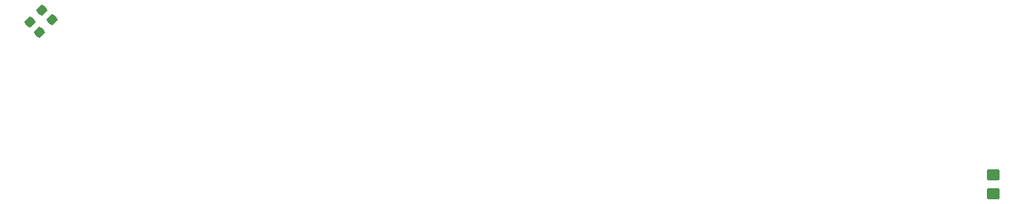
<source format=gbr>
%TF.GenerationSoftware,KiCad,Pcbnew,6.0.2+dfsg-1*%
%TF.CreationDate,2024-08-04T07:55:02+02:00*%
%TF.ProjectId,radio-usb,72616469-6f2d-4757-9362-2e6b69636164,rev?*%
%TF.SameCoordinates,Original*%
%TF.FileFunction,Paste,Bot*%
%TF.FilePolarity,Positive*%
%FSLAX46Y46*%
G04 Gerber Fmt 4.6, Leading zero omitted, Abs format (unit mm)*
G04 Created by KiCad (PCBNEW 6.0.2+dfsg-1) date 2024-08-04 07:55:02*
%MOMM*%
%LPD*%
G01*
G04 APERTURE LIST*
G04 Aperture macros list*
%AMRoundRect*
0 Rectangle with rounded corners*
0 $1 Rounding radius*
0 $2 $3 $4 $5 $6 $7 $8 $9 X,Y pos of 4 corners*
0 Add a 4 corners polygon primitive as box body*
4,1,4,$2,$3,$4,$5,$6,$7,$8,$9,$2,$3,0*
0 Add four circle primitives for the rounded corners*
1,1,$1+$1,$2,$3*
1,1,$1+$1,$4,$5*
1,1,$1+$1,$6,$7*
1,1,$1+$1,$8,$9*
0 Add four rect primitives between the rounded corners*
20,1,$1+$1,$2,$3,$4,$5,0*
20,1,$1+$1,$4,$5,$6,$7,0*
20,1,$1+$1,$6,$7,$8,$9,0*
20,1,$1+$1,$8,$9,$2,$3,0*%
G04 Aperture macros list end*
%ADD10RoundRect,0.250000X0.450000X-0.350000X0.450000X0.350000X-0.450000X0.350000X-0.450000X-0.350000X0*%
%ADD11RoundRect,0.237500X0.008839X0.344715X-0.344715X-0.008839X-0.008839X-0.344715X0.344715X0.008839X0*%
G04 APERTURE END LIST*
D10*
%TO.C,R56*%
X159537400Y-73745600D03*
X159537400Y-71745600D03*
%TD*%
D11*
%TO.C,R12*%
X58506435Y-55082365D03*
X57215965Y-56372835D03*
%TD*%
%TO.C,R11*%
X57439635Y-54015565D03*
X56149165Y-55306035D03*
%TD*%
M02*

</source>
